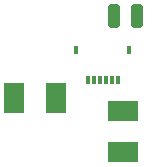
<source format=gtp>
G04*
G04 #@! TF.GenerationSoftware,Altium Limited,Altium Designer,23.10.1 (27)*
G04*
G04 Layer_Color=8421504*
%FSLAX25Y25*%
%MOIN*%
G70*
G04*
G04 #@! TF.SameCoordinates,51DF8756-C7FE-4A26-B6EC-ED2339CC954E*
G04*
G04*
G04 #@! TF.FilePolarity,Positive*
G04*
G01*
G75*
%ADD12R,0.07087X0.09843*%
G04:AMPARAMS|DCode=13|XSize=39.37mil|YSize=78.74mil|CornerRadius=9.84mil|HoleSize=0mil|Usage=FLASHONLY|Rotation=0.000|XOffset=0mil|YOffset=0mil|HoleType=Round|Shape=RoundedRectangle|*
%AMROUNDEDRECTD13*
21,1,0.03937,0.05906,0,0,0.0*
21,1,0.01968,0.07874,0,0,0.0*
1,1,0.01968,0.00984,-0.02953*
1,1,0.01968,-0.00984,-0.02953*
1,1,0.01968,-0.00984,0.02953*
1,1,0.01968,0.00984,0.02953*
%
%ADD13ROUNDEDRECTD13*%
%ADD14R,0.01575X0.03150*%
%ADD15R,0.01181X0.03150*%
%ADD16R,0.09843X0.07087*%
D12*
X-224606Y34055D02*
D03*
X-210827D02*
D03*
D13*
X-191339Y61417D02*
D03*
X-183858D02*
D03*
D14*
X-186221Y50000D02*
D03*
X-203937D02*
D03*
D15*
X-198031Y40157D02*
D03*
X-196063D02*
D03*
X-194095D02*
D03*
X-200000D02*
D03*
X-192126D02*
D03*
X-190157D02*
D03*
D16*
X-188386Y29724D02*
D03*
X-188386Y15945D02*
D03*
M02*

</source>
